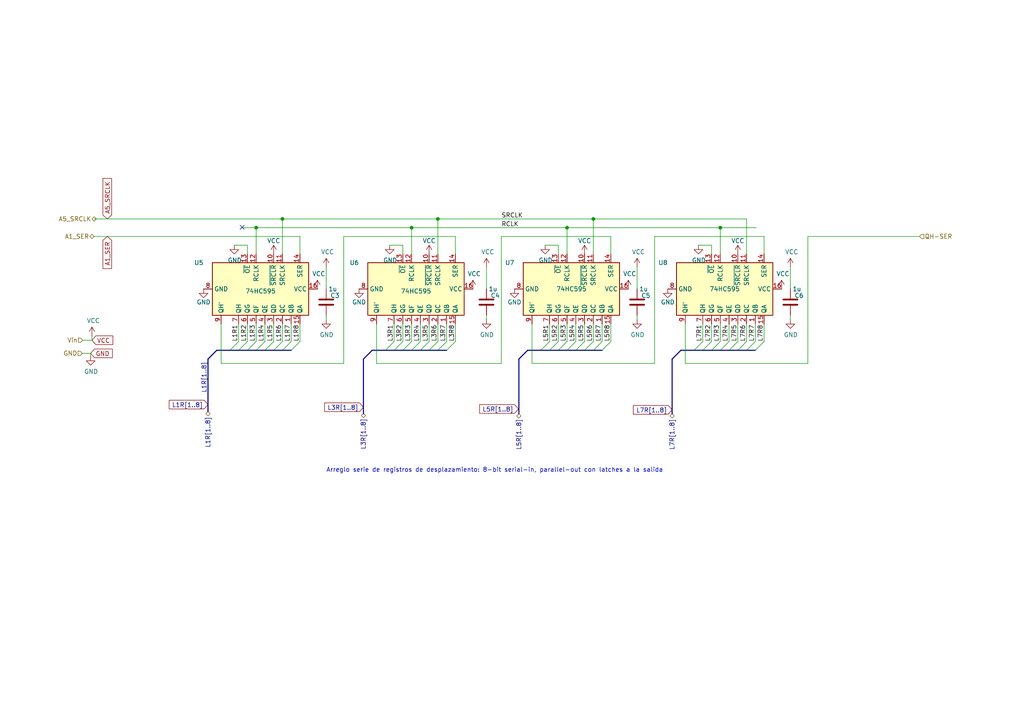
<source format=kicad_sch>
(kicad_sch (version 20211123) (generator eeschema)
  (paper "A4")
  (lib_symbols
    (symbol "74xx:74HC595"
      (property "Reference" "U" (at -7.62 13.97 0))
      (property "Value" "74HC595" (at -7.62 -16.51 0))
      (symbol "74HC595_1_0"
        (pin tri_state line (at 10.16 7.62 180) (length 2.54) (name "QB") (number "1"))
        (pin input line (at -10.16 2.54 0) (length 2.54) (name "~{SRCLR}") (number "10"))
        (pin input line (at -10.16 5.08 0) (length 2.54) (name "SRCLK") (number "11"))
        (pin input line (at -10.16 -2.54 0) (length 2.54) (name "RCLK") (number "12"))
        (pin input line (at -10.16 -5.08 0) (length 2.54) (name "~{OE}") (number "13"))
        (pin input line (at -10.16 10.16 0) (length 2.54) (name "SER") (number "14"))
        (pin tri_state line (at 10.16 10.16 180) (length 2.54) (name "QA") (number "15"))
        (pin power_in line (at 0 15.24 270) (length 2.54) (name "VCC") (number "16"))
        (pin tri_state line (at 10.16 5.08 180) (length 2.54) (name "QC") (number "2"))
        (pin tri_state line (at 10.16 2.54 180) (length 2.54) (name "QD") (number "3"))
        (pin tri_state line (at 10.16 0 180) (length 2.54) (name "QE") (number "4"))
        (pin tri_state line (at 10.16 -2.54 180) (length 2.54) (name "QF") (number "5"))
        (pin tri_state line (at 10.16 -5.08 180) (length 2.54) (name "QG") (number "6"))
        (pin tri_state line (at 10.16 -7.62 180) (length 2.54) (name "QH") (number "7"))
        (pin power_in line (at 0 -17.78 90) (length 2.54) (name "GND") (number "8"))
        (pin output line (at 10.16 -12.7 180) (length 2.54) (name "QH'") (number "9"))
      )
      (symbol "74HC595_1_1"
        (rectangle (start -7.62 12.7) (end 7.62 -15.24) (stroke (width 0.254)) (fill (type background)))
      )
    )
    (symbol "Device:C" (pin_numbers hide) (pin_names (offset 0.254))
      (property "Reference" "C" (at 0.635 2.54 0))
      (property "Value" "C" (at 0.635 -2.54 0))
      (symbol "C_0_1"
        (polyline (pts (xy -2.032 -0.762) (xy 2.032 -0.762)) (stroke (width 0.508)))
        (polyline (pts (xy -2.032 0.762) (xy 2.032 0.762)) (stroke (width 0.508)))
      )
      (symbol "C_1_1"
        (pin passive line (at 0 3.81 270) (length 2.794) (name "~") (number "1"))
        (pin passive line (at 0 -3.81 90) (length 2.794) (name "~") (number "2"))
      )
    )
    (symbol "power:GND" (power) (pin_names (offset 0))
      (property "Value" "GND" (at 0 -3.81 0))
      (symbol "GND_0_1"
        (polyline (pts (xy 0 0) (xy 0 -1.27) (xy 1.27 -1.27) (xy 0 -2.54) (xy -1.27 -1.27) (xy 0 -1.27)))
      )
      (symbol "GND_1_1"
        (pin power_in line (at 0 0 270) (length 0) hide (name "GND") (number "1"))
      )
    )
    (symbol "power:VCC" (power) (pin_names (offset 0))
      (property "Value" "VCC" (at 0 3.81 0))
      (symbol "VCC_0_1"
        (polyline (pts (xy -0.762 1.27) (xy 0 2.54)))
        (polyline (pts (xy 0 0) (xy 0 2.54)))
        (polyline (pts (xy 0 2.54) (xy 0.762 1.27)))
      )
      (symbol "VCC_1_1"
        (pin power_in line (at 0 0 90) (length 0) hide (name "VCC") (number "1"))
      )
    )
  )
  (junction (at 208.915 66.04))
  (junction (at 164.465 66.04))
  (junction (at 127 63.5))
  (junction (at 81.915 63.5))
  (junction (at 172.085 63.5))
  (junction (at 74.295 66.04))
  (junction (at 119.38 66.04))
  (no_connect (at 70.231 65.913))
  (bus_entry (at 114.3 101.6) (size 2.54 -2.54))
  (bus_entry (at 81.915 101.6) (size 2.54 -2.54))
  (bus_entry (at 127 101.6) (size 2.54 -2.54))
  (bus_entry (at 206.375 101.6) (size 2.54 -2.54))
  (bus_entry (at 84.455 101.6) (size 2.54 -2.54))
  (bus_entry (at 203.835 101.6) (size 2.54 -2.54))
  (bus_entry (at 66.675 101.6) (size 2.54 -2.54))
  (bus_entry (at 167.005 101.6) (size 2.54 -2.54))
  (bus_entry (at 69.215 101.6) (size 2.54 -2.54))
  (bus_entry (at 71.755 101.6) (size 2.54 -2.54))
  (bus_entry (at 211.455 101.6) (size 2.54 -2.54))
  (bus_entry (at 79.375 101.6) (size 2.54 -2.54))
  (bus_entry (at 216.535 101.6) (size 2.54 -2.54))
  (bus_entry (at 156.845 101.6) (size 2.54 -2.54))
  (bus_entry (at 116.84 101.6) (size 2.54 -2.54))
  (bus_entry (at 213.995 101.6) (size 2.54 -2.54))
  (bus_entry (at 159.385 101.6) (size 2.54 -2.54))
  (bus_entry (at 169.545 101.6) (size 2.54 -2.54))
  (bus_entry (at 208.915 101.6) (size 2.54 -2.54))
  (bus_entry (at 164.465 101.6) (size 2.54 -2.54))
  (bus_entry (at 129.54 101.6) (size 2.54 -2.54))
  (bus_entry (at 119.38 101.6) (size 2.54 -2.54))
  (bus_entry (at 121.92 101.6) (size 2.54 -2.54))
  (bus_entry (at 174.625 101.6) (size 2.54 -2.54))
  (bus_entry (at 219.075 101.6) (size 2.54 -2.54))
  (bus_entry (at 172.085 101.6) (size 2.54 -2.54))
  (bus_entry (at 124.46 101.6) (size 2.54 -2.54))
  (bus_entry (at 76.835 101.6) (size 2.54 -2.54))
  (bus_entry (at 111.76 101.6) (size 2.54 -2.54))
  (bus_entry (at 161.925 101.6) (size 2.54 -2.54))
  (bus_entry (at 74.295 101.6) (size 2.54 -2.54))
  (bus_entry (at 201.295 101.6) (size 2.54 -2.54))
  (wire (pts (xy 114.3 99.06) (xy 114.3 93.98)))
  (wire (pts (xy 127 73.66) (xy 127 63.5)))
  (bus (pts (xy 194.945 104.14) (xy 197.485 101.6)))
  (bus (pts (xy 76.835 101.6) (xy 79.375 101.6)))
  (wire (pts (xy 198.755 93.98) (xy 198.755 105.41)))
  (bus (pts (xy 69.215 101.6) (xy 71.755 101.6)))
  (wire (pts (xy 74.295 66.04) (xy 70.231 66.04)))
  (bus (pts (xy 208.915 101.6) (xy 211.455 101.6)))
  (bus (pts (xy 71.755 101.6) (xy 74.295 101.6)))
  (wire (pts (xy 113.03 71.12) (xy 116.84 71.12)))
  (bus (pts (xy 119.38 101.6) (xy 121.92 101.6)))
  (wire (pts (xy 99.695 68.58) (xy 99.695 105.41)))
  (wire (pts (xy 206.375 99.06) (xy 206.375 93.98)))
  (wire (pts (xy 189.865 68.58) (xy 189.865 105.41)))
  (bus (pts (xy 194.945 104.14) (xy 194.945 120.015)))
  (wire (pts (xy 64.135 93.98) (xy 64.135 105.41)))
  (wire (pts (xy 161.925 71.12) (xy 161.925 73.66)))
  (wire (pts (xy 119.38 99.06) (xy 119.38 93.98)))
  (bus (pts (xy 201.295 101.6) (xy 203.835 101.6)))
  (wire (pts (xy 132.08 99.06) (xy 132.08 93.98)))
  (wire (pts (xy 69.215 99.06) (xy 69.215 93.98)))
  (wire (pts (xy 132.08 73.66) (xy 132.08 68.58)))
  (wire (pts (xy 124.46 99.06) (xy 124.46 93.98)))
  (wire (pts (xy 154.305 93.98) (xy 154.305 105.41)))
  (wire (pts (xy 86.995 99.06) (xy 86.995 93.98)))
  (wire (pts (xy 109.22 105.41) (xy 145.415 105.41)))
  (wire (pts (xy 74.295 73.66) (xy 74.295 66.04)))
  (wire (pts (xy 154.305 105.41) (xy 189.865 105.41)))
  (wire (pts (xy 177.165 73.66) (xy 177.165 68.58)))
  (bus (pts (xy 116.84 101.6) (xy 119.38 101.6)))
  (wire (pts (xy 71.755 71.12) (xy 71.755 73.66)))
  (bus (pts (xy 153.035 101.6) (xy 156.845 101.6)))
  (wire (pts (xy 127 63.5) (xy 172.085 63.5)))
  (bus (pts (xy 206.375 101.6) (xy 208.915 101.6)))
  (wire (pts (xy 109.22 93.98) (xy 109.22 105.41)))
  (wire (pts (xy 206.375 71.12) (xy 206.375 73.66)))
  (wire (pts (xy 141.097 77.47) (xy 141.097 83.82)))
  (bus (pts (xy 60.325 104.14) (xy 62.865 101.6)))
  (wire (pts (xy 234.315 68.58) (xy 266.7 68.58)))
  (wire (pts (xy 174.625 99.06) (xy 174.625 93.98)))
  (wire (pts (xy 24.003 98.679) (xy 26.67 98.679)))
  (wire (pts (xy 26.289 102.489) (xy 26.289 103.378)))
  (wire (pts (xy 159.385 99.06) (xy 159.385 93.98)))
  (bus (pts (xy 169.545 101.6) (xy 172.085 101.6)))
  (wire (pts (xy 164.465 66.04) (xy 208.915 66.04)))
  (bus (pts (xy 114.3 101.6) (xy 116.84 101.6)))
  (wire (pts (xy 84.455 99.06) (xy 84.455 93.98)))
  (bus (pts (xy 105.41 104.14) (xy 105.41 120.015)))
  (wire (pts (xy 81.915 63.5) (xy 127 63.5)))
  (bus (pts (xy 216.535 101.6) (xy 219.075 101.6)))
  (bus (pts (xy 164.465 101.6) (xy 167.005 101.6)))
  (bus (pts (xy 81.915 101.6) (xy 84.455 101.6)))
  (wire (pts (xy 229.235 92.71) (xy 229.235 91.44)))
  (bus (pts (xy 79.375 101.6) (xy 81.915 101.6)))
  (wire (pts (xy 94.615 77.47) (xy 94.615 83.82)))
  (wire (pts (xy 158.115 71.12) (xy 161.925 71.12)))
  (wire (pts (xy 81.915 73.66) (xy 81.915 63.5)))
  (bus (pts (xy 167.005 101.6) (xy 169.545 101.6)))
  (wire (pts (xy 172.085 99.06) (xy 172.085 93.98)))
  (wire (pts (xy 99.695 68.58) (xy 132.08 68.58)))
  (bus (pts (xy 62.865 101.6) (xy 66.675 101.6)))
  (wire (pts (xy 164.465 73.66) (xy 164.465 66.04)))
  (wire (pts (xy 76.835 99.06) (xy 76.835 93.98)))
  (wire (pts (xy 216.535 99.06) (xy 216.535 93.98)))
  (wire (pts (xy 221.615 99.06) (xy 221.615 93.98)))
  (bus (pts (xy 124.46 101.6) (xy 127 101.6)))
  (wire (pts (xy 164.465 99.06) (xy 164.465 93.98)))
  (wire (pts (xy 67.945 71.12) (xy 71.755 71.12)))
  (wire (pts (xy 119.38 73.66) (xy 119.38 66.04)))
  (wire (pts (xy 184.785 92.71) (xy 184.785 91.44)))
  (wire (pts (xy 94.615 92.71) (xy 94.615 91.44)))
  (wire (pts (xy 234.315 105.41) (xy 234.315 68.58)))
  (wire (pts (xy 70.231 66.04) (xy 70.231 65.913)))
  (wire (pts (xy 74.295 99.06) (xy 74.295 93.98)))
  (bus (pts (xy 172.085 101.6) (xy 174.625 101.6)))
  (bus (pts (xy 60.325 104.14) (xy 60.325 119.38)))
  (wire (pts (xy 79.375 99.06) (xy 79.375 93.98)))
  (bus (pts (xy 203.835 101.6) (xy 206.375 101.6)))
  (wire (pts (xy 127 99.06) (xy 127 93.98)))
  (wire (pts (xy 219.075 99.06) (xy 219.075 93.98)))
  (wire (pts (xy 177.165 99.06) (xy 177.165 93.98)))
  (bus (pts (xy 107.95 101.6) (xy 111.76 101.6)))
  (wire (pts (xy 27.305 68.58) (xy 86.995 68.58)))
  (wire (pts (xy 198.755 105.41) (xy 234.315 105.41)))
  (wire (pts (xy 86.995 73.66) (xy 86.995 68.58)))
  (wire (pts (xy 229.235 77.47) (xy 229.235 83.82)))
  (bus (pts (xy 127 101.6) (xy 129.54 101.6)))
  (wire (pts (xy 26.67 98.679) (xy 26.67 97.409)))
  (wire (pts (xy 208.915 99.06) (xy 208.915 93.98)))
  (bus (pts (xy 74.295 101.6) (xy 76.835 101.6)))
  (wire (pts (xy 71.755 99.06) (xy 71.755 93.98)))
  (bus (pts (xy 121.92 101.6) (xy 124.46 101.6)))
  (bus (pts (xy 105.41 104.14) (xy 107.95 101.6)))
  (wire (pts (xy 129.54 99.06) (xy 129.54 93.98)))
  (bus (pts (xy 197.485 101.6) (xy 201.295 101.6)))
  (wire (pts (xy 161.925 99.06) (xy 161.925 93.98)))
  (bus (pts (xy 150.495 104.14) (xy 153.035 101.6)))
  (wire (pts (xy 119.38 66.04) (xy 164.465 66.04)))
  (wire (pts (xy 167.005 99.06) (xy 167.005 93.98)))
  (bus (pts (xy 211.455 101.6) (xy 213.995 101.6)))
  (wire (pts (xy 221.615 73.66) (xy 221.615 68.58)))
  (wire (pts (xy 172.085 63.5) (xy 172.085 73.66)))
  (wire (pts (xy 184.785 77.47) (xy 184.785 83.82)))
  (wire (pts (xy 64.135 105.41) (xy 99.695 105.41)))
  (bus (pts (xy 66.675 101.6) (xy 69.215 101.6)))
  (wire (pts (xy 116.84 71.12) (xy 116.84 73.66)))
  (bus (pts (xy 159.385 101.6) (xy 161.925 101.6)))
  (wire (pts (xy 145.415 68.58) (xy 177.165 68.58)))
  (wire (pts (xy 211.455 99.06) (xy 211.455 93.98)))
  (wire (pts (xy 169.545 99.06) (xy 169.545 93.98)))
  (wire (pts (xy 216.535 63.5) (xy 216.535 73.66)))
  (bus (pts (xy 111.76 101.6) (xy 114.3 101.6)))
  (wire (pts (xy 23.876 102.489) (xy 26.289 102.489)))
  (wire (pts (xy 116.84 99.06) (xy 116.84 93.98)))
  (wire (pts (xy 208.915 66.04) (xy 219.329 66.04)))
  (wire (pts (xy 172.085 63.5) (xy 216.535 63.5)))
  (wire (pts (xy 203.835 99.06) (xy 203.835 93.98)))
  (wire (pts (xy 74.295 66.04) (xy 119.38 66.04)))
  (bus (pts (xy 213.995 101.6) (xy 216.535 101.6)))
  (bus (pts (xy 150.495 104.14) (xy 150.495 120.015)))
  (bus (pts (xy 161.925 101.6) (xy 164.465 101.6)))
  (wire (pts (xy 145.415 105.41) (xy 145.415 68.58)))
  (wire (pts (xy 27.305 63.5) (xy 81.915 63.5)))
  (wire (pts (xy 213.995 99.06) (xy 213.995 93.98)))
  (wire (pts (xy 141.097 92.71) (xy 141.097 91.44)))
  (wire (pts (xy 202.565 71.12) (xy 206.375 71.12)))
  (wire (pts (xy 81.915 99.06) (xy 81.915 93.98)))
  (wire (pts (xy 121.92 99.06) (xy 121.92 93.98)))
  (wire (pts (xy 221.615 68.58) (xy 189.865 68.58)))
  (wire (pts (xy 208.915 73.66) (xy 208.915 66.04)))
  (bus (pts (xy 156.845 101.6) (xy 159.385 101.6)))
  (text "Arreglo serie de registros de desplazamiento: 8-bit serial-in, parallel-out con latches a la salida" (at 94.615 137.16 0) (effects (font (size 1.27 1.27)) (justify left bottom)))
  (label "L5R4" (at 167.005 99.06 90))
  (label "L5R2" (at 161.925 99.06 90))
  (label "L7R2" (at 206.375 99.06 90))
  (label "L7R3" (at 208.915 99.06 90))
  (label "L3R7" (at 129.54 99.06 90))
  (label "L1R8" (at 86.995 99.06 90))
  (label "L1R7" (at 84.455 99.06 90))
  (label "L3R2" (at 116.84 99.06 90))
  (label "L5R7" (at 174.625 99.06 90))
  (label "L1R4" (at 76.835 99.06 90))
  (label "L5R3" (at 164.465 99.06 90))
  (label "L1R1" (at 69.215 99.06 90))
  (label "L1R3" (at 74.295 99.06 90))
  (label "L5R5" (at 169.545 99.06 90))
  (label "L5R1" (at 159.385 99.06 90))
  (label "L7R5" (at 213.995 99.06 90))
  (label "L7R8" (at 221.615 99.06 90))
  (label "L5R6" (at 172.085 99.06 90))
  (label "L3R8" (at 132.08 99.06 90))
  (label "L7R7" (at 219.075 99.06 90))
  (label "L1R[1..8]" (at 60.325 113.919 90))
  (label "RCLK" (at 145.415 66.04 0))
  (label "L3R6" (at 127 99.06 90))
  (label "L1R5" (at 79.375 99.06 90))
  (label "L1R6" (at 81.915 99.06 90))
  (label "L7R4" (at 211.455 99.06 90))
  (label "L3R4" (at 121.92 99.06 90))
  (label "L5R8" (at 177.165 99.06 90))
  (label "L3R3" (at 119.38 99.06 90))
  (label "SRCLK" (at 145.415 63.5 0))
  (label "L3R5" (at 124.46 99.06 90))
  (label "L7R1" (at 203.835 99.06 90))
  (label "L3R1" (at 114.3 99.06 90))
  (label "L7R6" (at 216.535 99.06 90))
  (label "L1R2" (at 71.755 99.06 90))
  (global_label "L7R[1..8]" (shape input) (at 194.945 118.872 180) (property "Intersheet References" "${INTERSHEET_REFS}" (effects hide)))
  (global_label "A5_SRCLK" (shape input) (at 31.115 63.5 90) (property "Intersheet References" "${INTERSHEET_REFS}" (effects hide)))
  (global_label "GND" (shape input) (at 26.289 102.489 0) (property "Intersheet References" "${INTERSHEET_REFS}" (effects hide)))
  (global_label "A1_SER" (shape input) (at 31.115 68.58 270) (property "Intersheet References" "${INTERSHEET_REFS}" (effects hide)))
  (global_label "L1R[1..8]" (shape input) (at 60.325 117.348 180) (property "Intersheet References" "${INTERSHEET_REFS}" (effects hide)))
  (global_label "L3R[1..8]" (shape input) (at 105.41 118.11 180) (property "Intersheet References" "${INTERSHEET_REFS}" (effects hide)))
  (global_label "VCC" (shape input) (at 26.67 98.679 0) (property "Intersheet References" "${INTERSHEET_REFS}" (effects hide)))
  (global_label "L5R[1..8]" (shape input) (at 150.368 118.618 180) (property "Intersheet References" "${INTERSHEET_REFS}" (effects hide)))
  (hierarchical_label "A5_SRCLK" (shape bidirectional) (at 27.94 63.5 180))
  (hierarchical_label "L3R[1..8]" (shape bidirectional) (at 105.41 119.888 270))
  (hierarchical_label "L7R[1..8]" (shape bidirectional) (at 194.945 120.015 270))
  (hierarchical_label "GND" (shape input) (at 23.876 102.489 180))
  (hierarchical_label "L1R[1..8]" (shape bidirectional) (at 60.325 119.38 270))
  (hierarchical_label "A1_SER" (shape bidirectional) (at 27.305 68.58 180))
  (hierarchical_label "Vin" (shape input) (at 24.003 98.679 180))
  (hierarchical_label "QH-SER" (shape input) (at 266.7 68.58 0))
  (hierarchical_label "L5R[1..8]" (shape bidirectional) (at 150.495 120.015 270))
  (symbol (lib_id "74xx:74HC595") (at 167.005 83.82 270)
    (property "Reference" "U7" (at 149.225 76.2 90) (effects (justify right)))
    (property "Value" "74HC595" (at 170.18 83.82 90) (effects (justify right)))
    (property "Footprint" "Package_SO:SO-16_5.3x10.2mm_P1.27mm" (effects hide))
    (property "Datasheet" "http://www.ti.com/lit/ds/symlink/sn74hc595.pdf" (effects hide))
    (property "CodigoCatalogo" "74HC595DR2GOSTR-ND - Tape & Reel (TR)" (effects hide))
  )
  (symbol (lib_id "power:GND") (at 149.225 83.82 0)
    (property "Reference" "#PWR028" (effects hide))
    (property "Value" "GND" (at 149.225 87.63 0))
  )
  (symbol (lib_id "power:VCC") (at 169.545 73.66 0)
    (property "Reference" "#PWR030" (effects hide))
    (property "Value" "VCC" (at 169.545 69.85 0))
  )
  (symbol (lib_id "power:GND") (at 158.115 71.12 0)
    (property "Reference" "#PWR029" (effects hide))
    (property "Value" "GND" (at 158.242 75.5142 0))
  )
  (symbol (lib_id "power:GND") (at 113.03 71.12 0)
    (property "Reference" "#PWR024" (effects hide))
    (property "Value" "GND" (at 113.157 75.5142 0))
  )
  (symbol (lib_id "power:VCC") (at 124.46 73.66 0)
    (property "Reference" "#PWR025" (effects hide))
    (property "Value" "VCC" (at 124.46 69.85 0))
  )
  (symbol (lib_id "power:GND") (at 104.14 83.82 0)
    (property "Reference" "#PWR023" (effects hide))
    (property "Value" "GND" (at 104.14 87.63 0))
  )
  (symbol (lib_id "74xx:74HC595") (at 121.92 83.82 270)
    (property "Reference" "U6" (at 104.14 76.2 90) (effects (justify right)))
    (property "Value" "74HC595" (at 125.095 84.455 90) (effects (justify right)))
    (property "Footprint" "Package_SO:SO-16_5.3x10.2mm_P1.27mm" (effects hide))
    (property "Datasheet" "http://www.ti.com/lit/ds/symlink/sn74hc595.pdf" (effects hide))
    (property "CodigoCatalogo" "74HC595DR2GOSTR-ND - Tape & Reel (TR)" (effects hide))
  )
  (symbol (lib_id "power:GND") (at 67.945 71.12 0)
    (property "Reference" "#PWR019" (effects hide))
    (property "Value" "GND" (at 68.072 75.5142 0))
  )
  (symbol (lib_id "power:VCC") (at 79.375 73.66 0)
    (property "Reference" "#PWR020" (effects hide))
    (property "Value" "VCC" (at 79.375 69.85 0))
  )
  (symbol (lib_id "power:GND") (at 59.055 83.82 0)
    (property "Reference" "#PWR018" (effects hide))
    (property "Value" "GND" (at 59.055 87.63 0))
  )
  (symbol (lib_id "power:VCC") (at 94.615 77.47 0)
    (property "Reference" "#PWR021" (effects hide))
    (property "Value" "VCC" (at 94.996 73.0758 0))
  )
  (symbol (lib_id "Device:C") (at 94.615 87.63 180)
    (property "Reference" "C3" (at 97.155 85.725 0))
    (property "Value" "1u" (at 96.52 83.82 0))
    (property "Footprint" "Capacitor_SMD:C_0201_0603Metric" (effects hide))
  )
  (symbol (lib_id "power:GND") (at 94.615 92.71 0)
    (property "Reference" "#PWR022" (effects hide))
    (property "Value" "GND" (at 94.742 97.1042 0))
  )
  (symbol (lib_id "74xx:74HC595") (at 76.835 83.82 270)
    (property "Reference" "U5" (at 59.055 76.2 90) (effects (justify right)))
    (property "Value" "74HC595" (at 80.01 84.455 90) (effects (justify right)))
    (property "Footprint" "Package_SO:SO-16_5.3x10.2mm_P1.27mm" (effects hide))
    (property "Datasheet" "http://www.ti.com/lit/ds/symlink/sn74hc595.pdf" (effects hide))
    (property "CodigoCatalogo" "74HC595DR2GOSTR-ND - Tape & Reel (TR)" (effects hide))
  )
  (symbol (lib_id "power:GND") (at 193.675 83.82 0)
    (property "Reference" "#PWR033" (effects hide))
    (property "Value" "GND" (at 193.675 87.63 0))
  )
  (symbol (lib_id "power:VCC") (at 213.995 73.66 0)
    (property "Reference" "#PWR035" (effects hide))
    (property "Value" "VCC" (at 213.995 69.85 0))
  )
  (symbol (lib_id "power:GND") (at 202.565 71.12 0)
    (property "Reference" "#PWR034" (effects hide))
    (property "Value" "GND" (at 202.692 75.5142 0))
  )
  (symbol (lib_id "power:VCC") (at 141.097 77.47 0)
    (property "Reference" "#PWR026" (effects hide))
    (property "Value" "VCC" (at 141.478 73.0758 0))
  )
  (symbol (lib_id "Device:C") (at 141.097 87.63 180)
    (property "Reference" "C4" (at 143.637 85.725 0))
    (property "Value" "1u" (at 143.002 83.82 0))
    (property "Footprint" "Capacitor_SMD:C_0201_0603Metric" (effects hide))
  )
  (symbol (lib_id "power:GND") (at 141.097 92.71 0)
    (property "Reference" "#PWR027" (effects hide))
    (property "Value" "GND" (at 141.224 97.1042 0))
  )
  (symbol (lib_id "power:VCC") (at 184.785 77.47 0)
    (property "Reference" "#PWR031" (effects hide))
    (property "Value" "VCC" (at 185.166 73.0758 0))
  )
  (symbol (lib_id "Device:C") (at 184.785 87.63 180)
    (property "Reference" "C5" (at 187.325 85.725 0))
    (property "Value" "1u" (at 186.69 83.82 0))
    (property "Footprint" "Capacitor_SMD:C_0201_0603Metric" (effects hide))
  )
  (symbol (lib_id "power:GND") (at 184.785 92.71 0)
    (property "Reference" "#PWR032" (effects hide))
    (property "Value" "GND" (at 184.912 97.1042 0))
  )
  (symbol (lib_id "power:VCC") (at 229.235 77.47 0)
    (property "Reference" "#PWR036" (effects hide))
    (property "Value" "VCC" (at 229.616 73.0758 0))
  )
  (symbol (lib_id "Device:C") (at 229.235 87.63 180)
    (property "Reference" "C6" (at 231.775 85.725 0))
    (property "Value" "1u" (at 231.14 83.82 0))
    (property "Footprint" "Capacitor_SMD:C_0201_0603Metric" (effects hide))
  )
  (symbol (lib_id "power:GND") (at 229.235 92.71 0)
    (property "Reference" "#PWR037" (effects hide))
    (property "Value" "GND" (at 229.362 97.1042 0))
  )
  (symbol (lib_id "74xx:74HC595") (at 211.455 83.82 270)
    (property "Reference" "U8" (at 193.675 76.2 90) (effects (justify right)))
    (property "Value" "74HC595" (at 214.63 83.82 90) (effects (justify right)))
    (property "Footprint" "Package_SO:SO-16_5.3x10.2mm_P1.27mm" (effects hide))
    (property "Datasheet" "http://www.ti.com/lit/ds/symlink/sn74hc595.pdf" (effects hide))
    (property "CodigoCatalogo" "74HC595DR2GOSTR-ND - Tape & Reel (TR)" (effects hide))
  )
  (symbol (lib_id "power:VCC") (at 26.67 97.409 0)
    (property "Reference" "#PWR0114" (effects hide))
    (property "Value" "VCC" (at 27.051 93.0148 0))
  )
  (symbol (lib_id "power:GND") (at 26.289 103.378 0)
    (property "Reference" "#PWR0115" (effects hide))
    (property "Value" "GND" (at 26.416 107.7722 0))
  )
  (symbol (lib_id "power:VCC") (at 137.16 83.82 0)
    (property "Reference" "#PWR0123" (effects hide))
    (property "Value" "VCC" (at 137.541 79.4258 0))
  )
  (symbol (lib_id "power:VCC") (at 92.075 83.82 0)
    (property "Reference" "#PWR0124" (effects hide))
    (property "Value" "VCC" (at 92.456 79.4258 0))
  )
  (symbol (lib_id "power:VCC") (at 182.245 83.82 0)
    (property "Reference" "#PWR0125" (effects hide))
    (property "Value" "VCC" (at 182.626 79.4258 0))
  )
  (symbol (lib_id "power:VCC") (at 226.695 83.82 0)
    (property "Reference" "#PWR0126" (effects hide))
    (property "Value" "VCC" (at 227.076 79.4258 0))
  )
)
</source>
